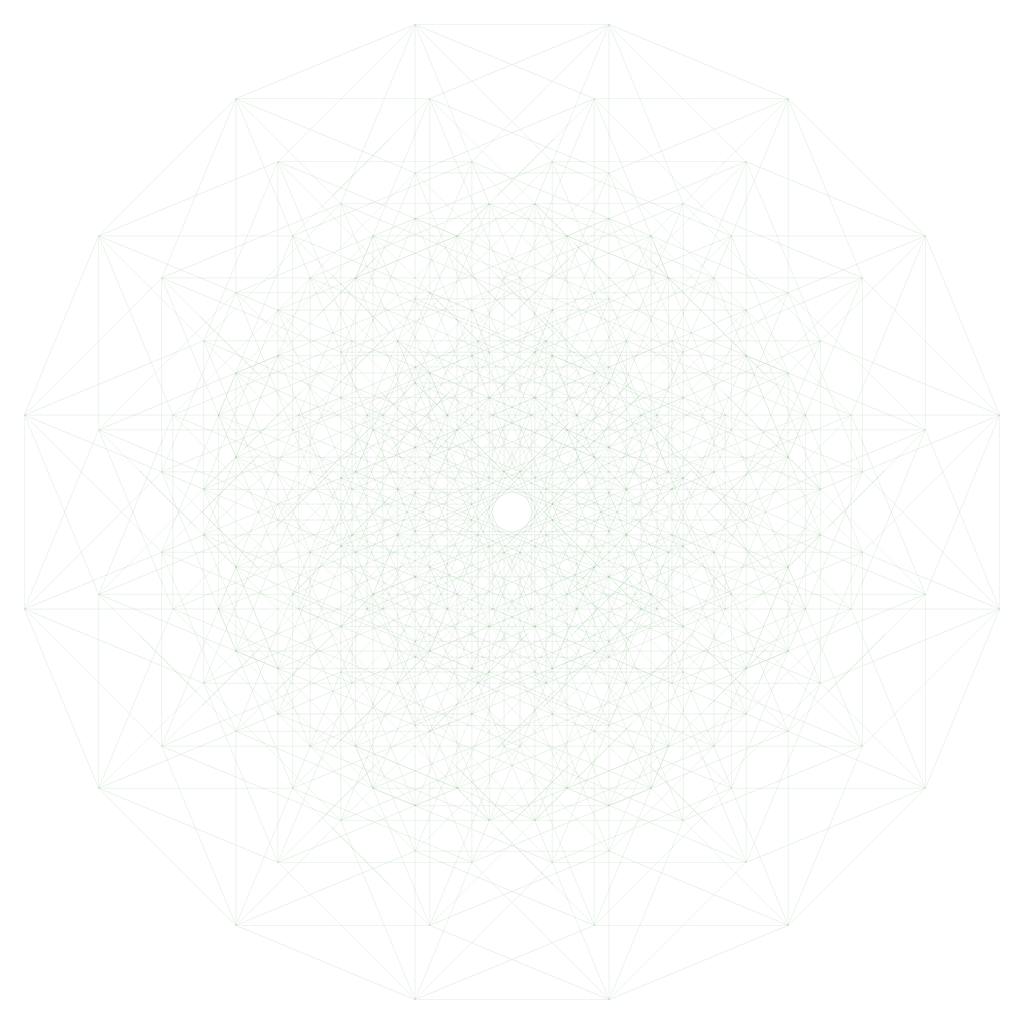
<source format=gbr>
%MOMM*%
%FSLAX26Y26*%
%LPD*%
%ADD10C,0.0625*%
D10*
X546731740Y5888079D02*
G01*
%LS7.8969264077822*%
X367268260Y5888079D01*
%LS0.847759065022574*%
X240368416Y132787923D01*
%LS0.566454497350521*%
X240368416Y312251403D01*
%LS0.263696543789525*%
X367268260Y439151247D01*
X533070896Y507828948D01*
X406171052Y380929104D01*
X240368416Y312251403D01*
%LS2.53389228511323*%
X309046117Y478054040D01*
%LS0.825615246470455*%
X435945960Y604953883D01*
%LS1.21121794234669*%
X601748597Y673631584D01*
%LS0.394649767030375*%
X474848753Y546731740D01*
%LS1.33165682534453*%
X309046117Y478054040D01*
%LS1.94494729183345*%
X309046117Y298590559D01*
%LS0.386100037849275*%
X435945960Y425490403D01*
X601748597Y494168104D01*
%LS1.33165682534453*%
X474848753Y367268260D01*
%LS1.17958042710327*%
X309046117Y298590559D01*
%LS0.847759065022573*%
X240368416Y132787923D01*
%LS1*%
X367268260Y259687767D01*
%LS1.17958042710327*%
X367268260Y439151247D01*
%LS0.847759065022573*%
X435945960Y604953883D01*
%LS0.750944222991741*%
X435945960Y425490403D01*
X367268260Y259687767D01*
%LS2.59000233610539*%
X533070896Y328365467D01*
%LS0.51415275066777*%
X533070896Y507828948D01*
%LS0.750944222991741*%
X601748597Y673631584D01*
%LS2.53389228511323*%
X601748597Y494168104D01*
%LS0.825615246470455*%
X533070896Y328365467D01*
%LS1.21121794234669*%
X406171052Y201465624D01*
%LS0.394649767030375*%
X406171052Y380929104D01*
X474848753Y546731740D01*
X474848753Y367268260D01*
X406171052Y201465624D01*
%LS3.79223779587408*%
X240368416Y132787923D01*
%LS1.49660576266549*%
X171690715Y298590559D01*
%LS0.880008194821168*%
X171690715Y478054040D01*
%LS0.759286836022116*%
X298590559Y604953883D01*
%LS0.910819325038584*%
X464393196Y673631584D01*
%LS0.749846479606538*%
X337493352Y546731740D01*
%LS0.869423157834371*%
X171690715Y478054040D01*
%LS2.11178472293396*%
X240368416Y643856676D01*
%LS1.05028868925121*%
X367268260Y770756520D01*
%LS1.13635305430675*%
X533070896Y839434220D01*
%LS0.668178637919299*%
X406171052Y712534376D01*
%LS1.17958042710327*%
X240368416Y643856676D01*
%LS0.847759065022573*%
X240368416Y464393196D01*
%LS0.73123889793531*%
X367268260Y591293039D01*
%LS1*%
X533070896Y659970740D01*
%LS0.566454497350522*%
X406171052Y533070896D01*
X240368416Y464393196D01*
%LS2.26197262739567*%
X171690715Y298590559D01*
%LS0.442091998766295*%
X298590559Y425490403D01*
%LS1.76536686473018*%
X298590559Y604953883D01*
%LS1.28130456767205*%
X367268260Y770756520D01*
%LS0.442091998766296*%
X367268260Y591293039D01*
%LS1.49660576266549*%
X298590559Y425490403D01*
%LS0.425375732373065*%
X464393196Y494168104D01*
X464393196Y673631584D01*
%LS1.33165682534453*%
X533070896Y839434220D01*
%LS1*%
X533070896Y659970740D01*
%LS0.750944222991741*%
X464393196Y494168104D01*
X337493352Y367268260D01*
%LS2.09202010350334*%
X337493352Y546731740D01*
%LS1.21121794234669*%
X406171052Y712534376D01*
%LS0.394649767030375*%
X406171052Y533070896D01*
%LS1.33165682534453*%
X337493352Y367268260D01*
%LS0.750944222991741*%
X171690715Y298590559D01*
%LS5.49245548824482*%
X298590559Y171690715D01*
%LS0.504880156516252*%
X298590559Y351154196D01*
%LS0.360616133159882*%
X425490403Y478054040D01*
X591293039Y546731740D01*
X464393196Y419831896D01*
X298590559Y351154196D01*
%LS1.85288060205298*%
X367268260Y516956832D01*
%LS1*%
X494168104Y643856676D01*
%LS1.49660576266549*%
X659970740Y712534376D01*
%LS0.360616133159882*%
X533070896Y585634533D01*
%LS1.5707963267949*%
X367268260Y516956832D01*
%LS1*%
X367268260Y337493352D01*
%LS0.636619772367581*%
X494168104Y464393196D01*
X659970740Y533070896D01*
%LS1.5707963267949*%
X533070896Y406171052D01*
%LS0.847759065022574*%
X367268260Y337493352D01*
%LS0.750944222991741*%
X298590559Y171690715D01*
%LS1.5707963267949*%
X425490403Y298590559D01*
%LS0.636619772367581*%
X425490403Y478054040D01*
X494168104Y643856676D01*
X494168104Y464393196D01*
X425490403Y298590559D01*
%LS2.35086283465503*%
X591293039Y367268260D01*
%LS0.999999999999999*%
X591293039Y546731740D01*
%LS0.668178637919299*%
X659970740Y712534376D01*
%LS2.26197262739567*%
X659970740Y533070896D01*
%LS0.780454565784353*%
X591293039Y367268260D01*
%LS1*%
X464393196Y240368416D01*
%LS0.360616133159882*%
X464393196Y419831896D01*
X533070896Y585634533D01*
%LS1.33165682534453*%
X533070896Y406171052D01*
%LS1.17958042710328*%
X464393196Y240368416D01*
%LS2.26197262739567*%
X298590559Y171690715D01*
%LS1.25897149706067*%
X367268260Y5888079D01*
%LS0.351153302357085*%
X367268260Y185351559D01*
%LS2.84775906502257*%
X240368416Y312251403D01*
X171690715Y478054040D01*
%LS0.731238897935309*%
X298590559Y351154196D01*
X367268260Y185351559D01*
%LS0.688412827539495*%
X494168104Y312251403D01*
%LS1.15018790446171*%
X659970740Y380929104D01*
%LS1.3336063143548*%
X533070896Y254029260D01*
%LS1.09791258541604*%
X367268260Y185351559D01*
%LS0.263696543789525*%
X435945960Y351154196D01*
%LS1.04957255008645*%
X562845804Y478054040D01*
%LS0.952768819952114*%
X728648441Y546731740D01*
%LS2.25180800985514*%
X601748597Y419831896D01*
%LS0.697571160560862*%
X435945960Y351154196D01*
%LS1*%
X309046117Y478054040D01*
%LS1.43354550264948*%
X240368416Y643856676D01*
%LS0.444087593446445*%
X367268260Y516956832D01*
%LS1.04957255008645*%
X435945960Y351154196D01*
%LS0.952768819952113*%
X435945960Y171690715D01*
%LS3.79223779587408*%
X309046117Y298590559D01*
%LS0.910819325038584*%
X240368416Y464393196D01*
%LS0.749846479606538*%
X367268260Y337493352D01*
%LS0.869423157834371*%
X435945960Y171690715D01*
%LS1.45261674390085*%
X562845804Y298590559D01*
%LS1*%
X728648441Y367268260D01*
%LS1.36754212997086*%
X601748597Y240368416D01*
X435945960Y171690715D01*
%LS0.351153302357084*%
X367268260Y5888079D01*
%LS2.84775906502258*%
X494168104Y132787923D01*
%LS0.79429915795132*%
X367268260Y259687767D01*
%LS0.780454565784353*%
X298590559Y425490403D01*
%LS0.847759065022574*%
X425490403Y298590559D01*
%LS0.668178637919299*%
X494168104Y132787923D01*
%LS0.636619772367581*%
X494168104Y312251403D01*
%LS1.33165682534454*%
X367268260Y439151247D01*
%LS1.17958042710327*%
X298590559Y604953883D01*
%LS0.636619772367581*%
X425490403Y478054040D01*
X494168104Y312251403D01*
%LS1.5707963267949*%
X562845804Y478054040D01*
%LS0.999999999999999*%
X435945960Y604953883D01*
%LS0.636619772367582*%
X367268260Y770756520D01*
%LS2.77303178656359*%
X494168104Y643856676D01*
%LS0.668178637919299*%
X562845804Y478054040D01*
X562845804Y298590559D01*
%LS0.539700182997225*%
X435945960Y425490403D01*
X367268260Y591293039D01*
X494168104Y464393196D01*
X562845804Y298590559D01*
%LS2.77303178656359*%
X494168104Y132787923D01*
%LS1.98066805972362*%
X659970740Y201465624D01*
%LS0.182067929752047*%
X533070896Y328365467D01*
X464393196Y494168104D01*
X591293039Y367268260D01*
%LS1.5707963267949*%
X659970740Y201465624D01*
%LS2.26197262739567*%
X659970740Y380929104D01*
%LS0.442091998766295*%
X533070896Y507828948D01*
%LS1*%
X464393196Y673631584D01*
%LS1.76536686473018*%
X591293039Y546731740D01*
%LS1*%
X659970740Y380929104D01*
%LS1.36754212997086*%
X728648441Y546731740D01*
%LS1.17958042710328*%
X601748597Y673631584D01*
%LS0.847759065022573*%
X533070896Y839434220D01*
%LS1.49660576266549*%
X659970740Y712534376D01*
%LS0.880008194821168*%
X728648441Y546731740D01*
%LS0.952119174693711*%
X728648441Y367268260D01*
%LS0.473533115918499*%
X601748597Y494168104D01*
%LS1.15018790446171*%
X533070896Y659970740D01*
%LS1.3336063143548*%
X659970740Y533070896D01*
%LS1.09791258541603*%
X728648441Y367268260D01*
%LS1.31702533556221*%
X659970740Y201465624D01*
%LS1.13635305430675*%
X533070896Y74565780D01*
%LS0.668178637919299*%
X406171052Y201465624D01*
%LS0.668178637919299*%
X337493352Y367268260D01*
%LS1.02214381855212*%
X464393196Y240368416D01*
%LS0.51415275066777*%
X533070896Y74565780D01*
%LS0.999999999999999*%
X533070896Y254029260D01*
%LS1.17958042710328*%
X406171052Y380929104D01*
%LS0.847759065022574*%
X337493352Y546731740D01*
%LS0.750944222991741*%
X464393196Y419831896D01*
X533070896Y254029260D01*
%LS2.59000233610539*%
X601748597Y419831896D01*
%LS0.51415275066777*%
X474848753Y546731740D01*
%LS0.750944222991741*%
X406171052Y712534376D01*
%LS2.53389228511323*%
X533070896Y585634533D01*
%LS0.825615246470455*%
X601748597Y419831896D01*
%LS1.21121794234669*%
X601748597Y240368416D01*
%LS0.394649767030375*%
X474848753Y367268260D01*
X406171052Y533070896D01*
X533070896Y406171052D01*
X601748597Y240368416D01*
%LS3.79223779587408*%
X533070896Y74565780D01*
%LS1.76536686473018*%
X367268260Y5888079D01*
%LS1.17958042710327*%
X201465624Y74565780D01*
%LS1*%
X74565780Y201465624D01*
%LS0.847759065022574*%
X74565780Y380929104D01*
%LS0.566454497350522*%
X201465624Y507828948D01*
%LS0.668178637919299*%
X367268260Y576506648D01*
%LS1.02214381855212*%
X240368416Y449606804D01*
%LS0.51415275066777*%
X74565780Y380929104D01*
%LS4.26197262739566*%
X143243480Y546731740D01*
%LS0.880008194821168*%
X270143324Y673631584D01*
%LS0.952119174693712*%
X435945960Y742309285D01*
%LS0.797470375771365*%
X309046117Y615409441D01*
%LS0.93693973998399*%
X143243480Y546731740D01*
%LS1.54582143051453*%
X143243480Y367268260D01*
%LS0.504880156516252*%
X270143324Y494168104D01*
%LS0.668178637919299*%
X435945960Y562845804D01*
%LS0.847759065022574*%
X309046117Y435945960D01*
%LS0.636619772367581*%
X143243480Y367268260D01*
%LS4.47324947893433*%
X74565780Y201465624D01*
%LS0.351153302357085*%
X201465624Y328365467D01*
%LS2.84775906502257*%
X201465624Y507828948D01*
X270143324Y673631584D01*
%LS0.731238897935309*%
X270143324Y494168104D01*
X201465624Y328365467D01*
%LS0.305715595879677*%
X367268260Y397043168D01*
%LS1.5707963267949*%
X367268260Y576506648D01*
%LS1.43354550264948*%
X435945960Y742309285D01*
%LS0.444087593446445*%
X435945960Y562845804D01*
%LS1.04957255008645*%
X367268260Y397043168D01*
%LS0.952768819952114*%
X240368416Y270143324D01*
%LS3.79223779587408*%
X240368416Y449606804D01*
%LS0.910819325038584*%
X309046117Y615409441D01*
%LS0.749846479606538*%
X309046117Y435945960D01*
%LS0.869423157834372*%
X240368416Y270143324D01*
%LS0.69757116056086*%
X74565780Y201465624D01*
%LS5.02733949212585*%
X5888079Y367268260D01*
%LS1*%
X5888079Y546731740D01*
%LS0.847759065022573*%
X132787923Y673631584D01*
%LS0.847759065022573*%
X298590559Y742309285D01*
%LS0.967750870201405*%
X171690715Y615409441D01*
%LS0.814435271893994*%
X5888079Y546731740D01*
%LS1.76536686473018*%
X74565780Y712534376D01*
X201465624Y839434220D01*
X367268260Y908111921D01*
%LS0.847759065022574*%
X240368416Y781212077D01*
%LS1*%
X74565780Y712534376D01*
%LS1*%
X74565780Y533070896D01*
%LS0.847759065022573*%
X201465624Y659970740D01*
%LS0.880008194821168*%
X367268260Y728648441D01*
%LS0.895639890328863*%
X240368416Y601748597D01*
%LS0.847759065022573*%
X74565780Y533070896D01*
%LS1.76536686473018*%
X5888079Y367268260D01*
%LS0.668178637919299*%
X132787923Y494168104D01*
%LS1.26876110206469*%
X132787923Y673631584D01*
%LS1.17958042710327*%
X201465624Y839434220D01*
%LS0.668178637919299*%
X201465624Y659970740D01*
%LS1.2278446606008*%
X132787923Y494168104D01*
%LS0.504880156516252*%
X298590559Y562845804D01*
%LS1*%
X298590559Y742309285D01*
%LS1.61312592975275*%
X367268260Y908111921D01*
%LS0.351153302357085*%
X367268260Y728648441D01*
%LS2.08239220029239*%
X298590559Y562845804D01*
X171690715Y435945960D01*
%LS1.52688836745394*%
X171690715Y615409441D01*
%LS1.13635305430675*%
X240368416Y781212077D01*
%LS0.668178637919299*%
X240368416Y601748597D01*
%LS1.17958042710327*%
X171690715Y435945960D01*
%LS0.351153302357085*%
X5888079Y367268260D01*
%LS4.26197262739567*%
X132787923Y240368416D01*
%LS0.847759065022573*%
X132787923Y419831896D01*
%LS0.626043119274964*%
X259687767Y546731740D01*
%LS0.780454565784353*%
X425490403Y615409441D01*
%LS0.847759065022574*%
X298590559Y488509597D01*
%LS0.668178637919299*%
X132787923Y419831896D01*
%LS3.17958042710327*%
X201465624Y585634533D01*
%LS0.952119174693712*%
X328365467Y712534376D01*
%LS1.05028868925121*%
X494168104Y781212077D01*
%LS0.711406010715828*%
X367268260Y654312233D01*
%LS1.06730449923822*%
X201465624Y585634533D01*
%LS1.17958042710327*%
X201465624Y406171052D01*
%LS0.566454497350522*%
X328365467Y533070896D01*
%LS0.825615246470455*%
X494168104Y601748597D01*
%LS0.636541122675884*%
X367268260Y474848753D01*
%LS0.75094422299174*%
X201465624Y406171052D01*
%LS3.79223779587408*%
X132787923Y240368416D01*
%LS0.351153302357085*%
X259687767Y367268260D01*
%LS2.59379398947637*%
X259687767Y546731740D01*
%LS1.09791258541604*%
X328365467Y712534376D01*
%LS0.59379398947637*%
X328365467Y533070896D01*
%LS1.15018790446171*%
X259687767Y367268260D01*
%LS0.386100037849275*%
X425490403Y435945960D01*
X425490403Y615409441D01*
%LS1.5707963267949*%
X494168104Y781212077D01*
%LS0.636619772367581*%
X494168104Y601748597D01*
X425490403Y435945960D01*
X298590559Y309046117D01*
%LS2.77303178656359*%
X298590559Y488509597D01*
%LS1*%
X367268260Y654312233D01*
%LS0.566454497350522*%
X367268260Y474848753D01*
%LS1*%
X298590559Y309046117D01*
%LS0.847759065022571*%
X132787923Y240368416D01*
%LS5.02733949212586*%
X201465624Y74565780D01*
%LS0.668178637919299*%
X201465624Y254029260D01*
%LS1.26876110206469*%
X74565780Y380929104D01*
%LS1.17958042710327*%
X5888079Y546731740D01*
%LS0.668178637919299*%
X132787923Y419831896D01*
%LS1.2278446606008*%
X201465624Y254029260D01*
%LS0.182067929752047*%
X328365467Y380929104D01*
X494168104Y449606804D01*
X367268260Y322706961D01*
%LS1.57079632679489*%
X201465624Y254029260D01*
%LS1.76536686473018*%
X270143324Y419831896D01*
%LS0.668178637919299*%
X397043168Y546731740D01*
%LS1*%
X562845804Y615409441D01*
%LS0.539700182997224*%
X435945960Y488509597D01*
X270143324Y419831896D01*
%LS2.77303178656359*%
X143243480Y546731740D01*
%LS1.61312592975275*%
X74565780Y712534376D01*
%LS0.351153302357084*%
X201465624Y585634533D01*
%LS2.08239220029239*%
X270143324Y419831896D01*
%LS1*%
X270143324Y240368416D01*
%LS1.52688836745394*%
X143243480Y367268260D01*
%LS1.13635305430675*%
X74565780Y533070896D01*
%LS0.668178637919299*%
X201465624Y406171052D01*
%LS1.17958042710328*%
X270143324Y240368416D01*
%LS0.223551135412692*%
X397043168Y367268260D01*
%LS1.04957255008645*%
X562845804Y435945960D01*
%LS1.49660576266549*%
X435945960Y309046117D01*
%LS1.43354550264948*%
X270143324Y240368416D01*
%LS0.697571160560862*%
X201465624Y74565780D01*
%LS0.999999999999999*%
X328365467Y201465624D01*
%LS3.02733949212585*%
X201465624Y328365467D01*
%LS1.05028868925121*%
X132787923Y494168104D01*
%LS0.711406010715828*%
X259687767Y367268260D01*
%LS1.06730449923822*%
X328365467Y201465624D01*
%LS0.59379398947637*%
X328365467Y380929104D01*
%LS1.12527012694845*%
X201465624Y507828948D01*
%LS1.49660576266549*%
X132787923Y673631584D01*
%LS0.351153302357085*%
X259687767Y546731740D01*
%LS1.94494729183345*%
X328365467Y380929104D01*
%LS0.606484521229011*%
X397043168Y546731740D01*
%LS0.636619772367581*%
X270143324Y673631584D01*
%LS1.5707963267949*%
X201465624Y839434220D01*
%LS1*%
X328365467Y712534376D01*
%LS0.636619772367581*%
X397043168Y546731740D01*
%LS1.04957255008645*%
X397043168Y367268260D01*
%LS1.76536686473018*%
X270143324Y494168104D01*
%LS1.49660576266549*%
X201465624Y659970740D01*
%LS0.360616133159882*%
X328365467Y533070896D01*
%LS1.5707963267949*%
X397043168Y367268260D01*
%LS0.636619772367581*%
X328365467Y201465624D01*
%LS3.27101401916563*%
X494168104Y270143324D01*
%LS0.566454497350522*%
X367268260Y397043168D01*
%LS1*%
X298590559Y562845804D01*
%LS0.539700182997224*%
X425490403Y435945960D01*
X494168104Y270143324D01*
X494168104Y449606804D01*
X367268260Y576506648D01*
X298590559Y742309285D01*
%LS1.5707963267949*%
X425490403Y615409441D01*
%LS0.636619772367581*%
X494168104Y449606804D01*
X562845804Y615409441D01*
%LS3.27101401916564*%
X435945960Y742309285D01*
%LS0.48021693505171*%
X367268260Y908111921D01*
%LS2.84775906502257*%
X494168104Y781212077D01*
%LS0.619914404421775*%
X562845804Y615409441D01*
%LS0.668178637919299*%
X562845804Y435945960D01*
%LS0.566454497350522*%
X435945960Y562845804D01*
%LS0.952768819952114*%
X367268260Y728648441D01*
%LS2.25180800985514*%
X494168104Y601748597D01*
%LS0.697571160560861*%
X562845804Y435945960D01*
%LS1.17958042710327*%
X494168104Y270143324D01*
%LS1.49660576266549*%
X367268260Y143243480D01*
%LS1.80108763262034*%
X240368416Y270143324D01*
%LS0.952119174693711*%
X171690715Y435945960D01*
%LS0.797470375771366*%
X298590559Y309046117D01*
%LS0.936939739983989*%
X367268260Y143243480D01*
%LS0.442091998766296*%
X367268260Y322706961D01*
%LS1.76536686473018*%
X240368416Y449606804D01*
%LS1.28130456767205*%
X171690715Y615409441D01*
%LS0.442091998766295*%
X298590559Y488509597D01*
%LS1.49660576266549*%
X367268260Y322706961D01*
%LS0.425375732373064*%
X435945960Y488509597D01*
X309046117Y615409441D01*
%LS1.33165682534453*%
X240368416Y781212077D01*
%LS0.999999999999999*%
X367268260Y654312233D01*
%LS0.750944222991742*%
X435945960Y488509597D01*
X435945960Y309046117D01*
%LS2.09202010350334*%
X309046117Y435945960D01*
%LS1.21121794234669*%
X240368416Y601748597D01*
%LS0.394649767030375*%
X367268260Y474848753D01*
%LS1.33165682534454*%
X435945960Y309046117D01*
%LS0.750944222991741*%
X367268260Y143243480D01*
%LS4.47324947893433*%
X201465624Y74565780D01*
%LS1.49660576266549*%
X380929104Y74565780D01*
%LS0.847759065022573*%
X254029260Y201465624D01*
%LS0.626043119274964*%
X254029260Y380929104D01*
%LS0.442091998766295*%
X380929104Y507828948D01*
%LS0.847759065022573*%
X546731740Y576506648D01*
%LS0.750944222991741*%
X419831896Y449606804D01*
X254029260Y380929104D01*
%LS2.77303178656359*%
X322706961Y546731740D01*
X449606804Y673631584D01*
%LS1.28130456767205*%
X615409441Y742309285D01*
%LS0.442091998766296*%
X488509597Y615409441D01*
%LS1.49660576266549*%
X322706961Y546731740D01*
X322706961Y367268260D01*
%LS0.425375732373064*%
X449606804Y494168104D01*
X615409441Y562845804D01*
X488509597Y435945960D01*
X322706961Y367268260D01*
%LS1.5707963267949*%
X254029260Y201465624D01*
%LS0.636619772367581*%
X380929104Y328365467D01*
%LS1.33165682534453*%
X380929104Y507828948D01*
%LS1.17958042710327*%
X449606804Y673631584D01*
%LS0.636619772367581*%
X449606804Y494168104D01*
X380929104Y328365467D01*
%LS1.5707963267949*%
X546731740Y397043168D01*
%LS1*%
X546731740Y576506648D01*
%LS0.636619772367581*%
X615409441Y742309285D01*
%LS2.77303178656359*%
X615409441Y562845804D01*
%LS0.668178637919299*%
X546731740Y397043168D01*
%LS1*%
X419831896Y270143324D01*
%LS0.539700182997224*%
X419831896Y449606804D01*
X488509597Y615409441D01*
X488509597Y435945960D01*
X419831896Y270143324D01*
%LS2.77303178656359*%
X254029260Y201465624D01*
%LS1.80108763262034*%
X185351559Y367268260D01*
%LS0.952119174693711*%
X185351559Y546731740D01*
%LS0.940680446454596*%
X312251403Y673631584D01*
X478054040Y742309285D01*
%LS0.731238897935309*%
X351154196Y615409441D01*
X185351559Y546731740D01*
%LS1.52688836745394*%
X254029260Y712534376D01*
%LS1.13635305430675*%
X380929104Y839434220D01*
%LS1.17958042710327*%
X546731740Y908111921D01*
%LS0.668178637919299*%
X419831896Y781212077D01*
%LS1.2278446606008*%
X254029260Y712534376D01*
%LS0.646905250671254*%
X254029260Y533070896D01*
%LS0.9721215636068*%
X380929104Y659970740D01*
%LS1.09791258541604*%
X546731740Y728648441D01*
%LS0.59379398947637*%
X419831896Y601748597D01*
%LS1.15018790446171*%
X254029260Y533070896D01*
%LS1.46418315652043*%
X185351559Y367268260D01*
%LS0.59379398947637*%
X312251403Y494168104D01*
%LS1.12527012694845*%
X312251403Y673631584D01*
%LS1.49660576266549*%
X380929104Y839434220D01*
%LS0.351153302357085*%
X380929104Y659970740D01*
%LS1.94494729183345*%
X312251403Y494168104D01*
%LS0.606484521229011*%
X478054040Y562845804D01*
%LS0.636619772367581*%
X478054040Y742309285D01*
%LS1.5707963267949*%
X546731740Y908111921D01*
%LS1*%
X546731740Y728648441D01*
%LS0.636619772367581*%
X478054040Y562845804D01*
%LS1.04957255008645*%
X351154196Y435945960D01*
%LS1.76536686473018*%
X351154196Y615409441D01*
%LS1.49660576266549*%
X419831896Y781212077D01*
%LS0.360616133159882*%
X419831896Y601748597D01*
%LS1.5707963267949*%
X351154196Y435945960D01*
%LS0.636619772367581*%
X185351559Y367268260D01*
%LS4.47324947893433*%
X312251403Y240368416D01*
%LS0.566454497350522*%
X312251403Y419831896D01*
%LS0.525538055886629*%
X439151247Y546731740D01*
%LS1.17958042710327*%
X604953883Y615409441D01*
%LS0.636619772367581*%
X478054040Y488509597D01*
X312251403Y419831896D01*
%LS2.09202010350334*%
X380929104Y585634533D01*
%LS1.21121794234669*%
X507828948Y712534376D01*
%LS1.49660576266549*%
X673631584Y781212077D01*
%LS0.351153302357085*%
X546731740Y654312233D01*
%LS1.94494729183345*%
X380929104Y585634533D01*
%LS0.51415275066777*%
X380929104Y406171052D01*
%LS0.750944222991741*%
X507828948Y533070896D01*
X673631584Y601748597D01*
X546731740Y474848753D01*
X380929104Y406171052D01*
X312251403Y240368416D01*
X439151247Y367268260D01*
X439151247Y546731740D01*
X507828948Y712534376D01*
X507828948Y533070896D01*
X439151247Y367268260D01*
%LS1.33165682534453*%
X604953883Y435945960D01*
%LS1.94494729183345*%
X604953883Y615409441D01*
%LS0.51415275066777*%
X673631584Y781212077D01*
%LS2.84775906502257*%
X673631584Y601748597D01*
%LS0.668178637919299*%
X604953883Y435945960D01*
%LS0.825615246470455*%
X478054040Y309046117D01*
%LS0.478006878770132*%
X478054040Y488509597D01*
X546731740Y654312233D01*
%LS1.5707963267949*%
X546731740Y474848753D01*
%LS0.847759065022573*%
X478054040Y309046117D01*
%LS1.90281177318912*%
X312251403Y240368416D01*
%LS1.49660576266549*%
X380929104Y74565780D01*
%LS0.351153302357085*%
X380929104Y254029260D01*
%LS2.59379398947637*%
X254029260Y380929104D01*
%LS1.09791258541604*%
X185351559Y546731740D01*
%LS0.59379398947637*%
X312251403Y419831896D01*
%LS1.15018790446171*%
X380929104Y254029260D01*
%LS0.606484521229011*%
X507828948Y380929104D01*
X673631584Y449606804D01*
%LS1.76536686473018*%
X546731740Y322706961D01*
%LS1*%
X380929104Y254029260D01*
%LS0.360616133159882*%
X449606804Y419831896D01*
X576506648Y546731740D01*
X742309285Y615409441D01*
%LS1.5707963267949*%
X615409441Y488509597D01*
%LS0.636619772367582*%
X449606804Y419831896D01*
X322706961Y546731740D01*
%LS1.5707963267949*%
X254029260Y712534376D01*
%LS0.636619772367581*%
X380929104Y585634533D01*
X449606804Y419831896D01*
X449606804Y240368416D01*
%LS2.77303178656359*%
X322706961Y367268260D01*
X254029260Y533070896D01*
%LS0.566454497350521*%
X380929104Y406171052D01*
%LS1*%
X449606804Y240368416D01*
%LS1.64884669764292*%
X576506648Y367268260D01*
%LS0.869423157834371*%
X742309285Y435945960D01*
%LS1.68408575654637*%
X615409441Y309046117D01*
%LS0.910819325038584*%
X449606804Y240368416D01*
%LS0.385535630068245*%
X380929104Y74565780D01*
%LS2.84775906502258*%
X507828948Y201465624D01*
%LS0.668178637919299*%
X380929104Y328365467D01*
%LS0.825615246470455*%
X312251403Y494168104D01*
%LS0.636541122675884*%
X439151247Y367268260D01*
%LS0.750944222991741*%
X507828948Y201465624D01*
X507828948Y380929104D01*
X380929104Y507828948D01*
X312251403Y673631584D01*
X439151247Y546731740D01*
X507828948Y380929104D01*
%LS1.33165682534453*%
X576506648Y546731740D01*
%LS1.94494729183345*%
X449606804Y673631584D01*
%LS0.51415275066777*%
X380929104Y839434220D01*
%LS2.84775906502257*%
X507828948Y712534376D01*
%LS0.668178637919299*%
X576506648Y546731740D01*
%LS0.825615246470455*%
X576506648Y367268260D01*
%LS0.478006878770132*%
X449606804Y494168104D01*
X380929104Y659970740D01*
%LS1.5707963267949*%
X507828948Y533070896D01*
%LS0.847759065022573*%
X576506648Y367268260D01*
%LS1.90281177318912*%
X507828948Y201465624D01*
%LS1.76536686473018*%
X673631584Y270143324D01*
%LS0.223551135412692*%
X546731740Y397043168D01*
%LS1.04957255008645*%
X478054040Y562845804D01*
%LS1.49660576266549*%
X604953883Y435945960D01*
%LS1.43354550264948*%
X673631584Y270143324D01*
%LS1.68408575654637*%
X673631584Y449606804D01*
%LS0.682974664437786*%
X546731740Y576506648D01*
%LS0.869423157834371*%
X478054040Y742309285D01*
%LS1.68408575654637*%
X604953883Y615409441D01*
%LS0.910819325038584*%
X673631584Y449606804D01*
%LS1.02867793230485*%
X742309285Y615409441D01*
%LS1.54582143051453*%
X615409441Y742309285D01*
%LS0.814435271893994*%
X546731740Y908111921D01*
%LS1.49660576266549*%
X673631584Y781212077D01*
%LS0.847759065022573*%
X742309285Y615409441D01*
%LS0.880008194821168*%
X742309285Y435945960D01*
%LS0.654926726350979*%
X615409441Y562845804D01*
%LS1*%
X546731740Y728648441D01*
%LS1.36754212997086*%
X673631584Y601748597D01*
X742309285Y435945960D01*
%LS1.06306026001601*%
X673631584Y270143324D01*
%LS1.05028868925121*%
X546731740Y143243480D01*
%LS0.5552200691896*%
X419831896Y270143324D01*
%LS0.668178637919299*%
X351154196Y435945960D01*
%LS0.847759065022573*%
X478054040Y309046117D01*
%LS0.636619772367581*%
X546731740Y143243480D01*
%LS1.5707963267949*%
X546731740Y322706961D01*
%LS0.636619772367581*%
X419831896Y449606804D01*
X351154196Y615409441D01*
X478054040Y488509597D01*
X546731740Y322706961D01*
%LS2.35086283465502*%
X615409441Y488509597D01*
%LS1*%
X488509597Y615409441D01*
%LS0.668178637919299*%
X419831896Y781212077D01*
%LS2.26197262739567*%
X546731740Y654312233D01*
%LS0.780454565784354*%
X615409441Y488509597D01*
X615409441Y309046117D01*
%LS0.360616133159882*%
X488509597Y435945960D01*
X419831896Y601748597D01*
%LS1.33165682534453*%
X546731740Y474848753D01*
%LS1.17958042710327*%
X615409441Y309046117D01*
%LS2.26197262739567*%
X546731740Y143243480D01*
%LS1.59733406407872*%
X380929104Y74565780D01*
%LS1.17958042710327*%
X546731740Y5888079D01*
%LS0.668178637919299*%
X419831896Y132787923D01*
%LS1.26876110206469*%
X240368416Y132787923D01*
%LS1.17958042710327*%
X74565780Y201465624D01*
%LS0.668178637919299*%
X254029260Y201465624D01*
%LS1.2278446606008*%
X419831896Y132787923D01*
%LS0.182067929752047*%
X419831896Y312251403D01*
%LS1.33165682534454*%
X546731740Y439151247D01*
%LS0.75094422299174*%
X712534376Y507828948D01*
%LS2.53389228511323*%
X585634533Y380929104D01*
%LS0.825615246470455*%
X419831896Y312251403D01*
%LS0.478006878770131*%
X488509597Y478054040D01*
X615409441Y604953883D01*
%LS1.33165682534453*%
X781212077Y673631584D01*
%LS1*%
X654312233Y546731740D01*
%LS0.75094422299174*%
X488509597Y478054040D01*
X488509597Y298590559D01*
%LS2.35086283465503*%
X615409441Y425490403D01*
%LS0.668178637919299*%
X781212077Y494168104D01*
%LS2.26197262739567*%
X654312233Y367268260D01*
%LS0.780454565784354*%
X488509597Y298590559D01*
%LS0.566454497350522*%
X419831896Y132787923D01*
%LS2.26197262739567*%
X546731740Y259687767D01*
%LS0.442091998766296*%
X546731740Y439151247D01*
%LS1*%
X615409441Y604953883D01*
%LS1.76536686473018*%
X615409441Y425490403D01*
%LS1*%
X546731740Y259687767D01*
%LS1.36754212997086*%
X712534376Y328365467D01*
%LS1.17958042710327*%
X712534376Y507828948D01*
%LS0.847759065022573*%
X781212077Y673631584D01*
%LS1.49660576266549*%
X781212077Y494168104D01*
%LS0.880008194821168*%
X712534376Y328365467D01*
%LS0.952119174693712*%
X585634533Y201465624D01*
%LS0.473533115918499*%
X585634533Y380929104D01*
%LS1.15018790446171*%
X654312233Y546731740D01*
%LS1.3336063143548*%
X654312233Y367268260D01*
%LS1.09791258541604*%
X585634533Y201465624D01*
%LS1.31702533556221*%
X419831896Y132787923D01*
%LS0.5552200691896*%
X351154196Y298590559D01*
%LS0.668178637919299*%
X351154196Y478054040D01*
%LS0.847759065022573*%
X478054040Y604953883D01*
%LS1.43354550264948*%
X643856676Y673631584D01*
%LS0.444087593446445*%
X516956832Y546731740D01*
%LS1.04957255008645*%
X351154196Y478054040D01*
%LS1.76536686473018*%
X419831896Y643856676D01*
%LS1.49660576266549*%
X546731740Y770756520D01*
%LS1.61312592975275*%
X712534376Y839434220D01*
%LS0.351153302357084*%
X585634533Y712534376D01*
%LS2.08239220029239*%
X419831896Y643856676D01*
%LS0.305715595879677*%
X419831896Y464393196D01*
X546731740Y591293039D01*
%LS1.57079632679489*%
X712534376Y659970740D01*
%LS0.636619772367582*%
X585634533Y533070896D01*
X419831896Y464393196D01*
X351154196Y298590559D01*
X478054040Y425490403D01*
X478054040Y604953883D01*
X546731740Y770756520D01*
%LS1.5707963267949*%
X546731740Y591293039D01*
%LS0.636619772367581*%
X478054040Y425490403D01*
X643856676Y494168104D01*
%LS3.27101401916564*%
X643856676Y673631584D01*
%LS0.48021693505171*%
X712534376Y839434220D01*
%LS2.84775906502257*%
X712534376Y659970740D01*
%LS0.619914404421775*%
X643856676Y494168104D01*
%LS0.668178637919299*%
X516956832Y367268260D01*
%LS0.566454497350522*%
X516956832Y546731740D01*
%LS0.952768819952113*%
X585634533Y712534376D01*
%LS2.25180800985515*%
X585634533Y533070896D01*
%LS0.697571160560862*%
X516956832Y367268260D01*
%LS1.17958042710327*%
X351154196Y298590559D01*
%LS1.49660576266549*%
X171690715Y298590559D01*
%LS1.61312592975275*%
X5888079Y367268260D01*
%LS0.351153302357085*%
X185351559Y367268260D01*
%LS2.08239220029239*%
X351154196Y298590559D01*
X478054040Y171690715D01*
%LS1.52688836745394*%
X298590559Y171690715D01*
%LS1.13635305430675*%
X132787923Y240368416D01*
%LS0.668178637919299*%
X312251403Y240368416D01*
%LS1.17958042710327*%
X478054040Y171690715D01*
%LS0.223551135412692*%
X478054040Y351154196D01*
%LS1.5707963267949*%
X604953883Y478054040D01*
%LS0.63661977236758*%
X770756520Y546731740D01*
%LS2.77303178656359*%
X643856676Y419831896D01*
%LS0.668178637919299*%
X478054040Y351154196D01*
%LS0.566454497350522*%
X546731740Y516956832D01*
%LS0.952768819952112*%
X673631584Y643856676D01*
%LS1.57079632679489*%
X839434220Y712534376D01*
%LS1*%
X712534376Y585634533D01*
%LS0.636619772367581*%
X546731740Y516956832D01*
%LS1.5707963267949*%
X546731740Y337493352D01*
%LS1.64884669764292*%
X673631584Y464393196D01*
%LS0.51415275066777*%
X839434220Y533070896D01*
%LS2.84775906502257*%
X712534376Y406171052D01*
%LS0.668178637919299*%
X546731740Y337493352D01*
%LS0.888675506486466*%
X478054040Y171690715D01*
%LS1.68408575654637*%
X604953883Y298590559D01*
%LS0.682974664437786*%
X604953883Y478054040D01*
%LS0.869423157834372*%
X673631584Y643856676D01*
%LS1.68408575654637*%
X673631584Y464393196D01*
%LS0.910819325038584*%
X604953883Y298590559D01*
%LS1.02867793230485*%
X770756520Y367268260D01*
%LS1.54582143051453*%
X770756520Y546731740D01*
%LS0.814435271893994*%
X839434220Y712534376D01*
%LS1.49660576266549*%
X839434220Y533070896D01*
%LS0.847759065022574*%
X770756520Y367268260D01*
%LS0.880008194821168*%
X643856676Y240368416D01*
%LS0.654926726350978*%
X643856676Y419831896D01*
%LS1*%
X712534376Y585634533D01*
%LS1.36754212997086*%
X712534376Y406171052D01*
X643856676Y240368416D01*
%LS1.06306026001601*%
X478054040Y171690715D01*
%LS0.330323045235268*%
X546731740Y5888079D01*
%LS1*%
X546731740Y185351559D01*
%LS3.02733949212585*%
X367268260Y185351559D01*
%LS1.05028868925121*%
X201465624Y254029260D01*
%LS0.711406010715828*%
X380929104Y254029260D01*
%LS1.06730449923822*%
X546731740Y185351559D01*
%LS0.59379398947637*%
X419831896Y312251403D01*
%LS1.12527012694845*%
X240368416Y312251403D01*
%LS1.49660576266549*%
X74565780Y380929104D01*
%LS0.351153302357085*%
X254029260Y380929104D01*
%LS1.94494729183345*%
X419831896Y312251403D01*
%LS0.606484521229011*%
X351154196Y478054040D01*
%LS0.636619772367581*%
X171690715Y478054040D01*
%LS1.5707963267949*%
X5888079Y546731740D01*
%LS0.999999999999997*%
X185351559Y546731740D01*
%LS0.636619772367583*%
X351154196Y478054040D01*
%LS1.04957255008645*%
X478054040Y351154196D01*
%LS1.76536686473018*%
X298590559Y351154196D01*
%LS1.49660576266549*%
X132787923Y419831896D01*
%LS0.360616133159881*%
X312251403Y419831896D01*
%LS1.5707963267949*%
X478054040Y351154196D01*
%LS0.63661977236758*%
X546731740Y185351559D01*
%LS4.47324947893433*%
X673631584Y312251403D01*
%LS0.847759065022574*%
X839434220Y380929104D01*
%LS1.49660576266549*%
X712534376Y254029260D01*
%LS0.880008194821168*%
X546731740Y185351559D01*
%LS0.654926726350979*%
X615409441Y351154196D01*
%LS1*%
X742309285Y478054040D01*
%LS0.480216935051711*%
X908111921Y546731740D01*
%LS2.84775906502257*%
X781212077Y419831896D01*
%LS0.619914404421775*%
X615409441Y351154196D01*
%LS0.668178637919299*%
X435945960Y351154196D01*
%LS1*%
X270143324Y419831896D01*
%LS0.539700182997224*%
X449606804Y419831896D01*
X615409441Y351154196D01*
X488509597Y478054040D01*
X309046117Y478054040D01*
X143243480Y546731740D01*
%LS1.57079632679489*%
X322706961Y546731740D01*
%LS0.636619772367582*%
X488509597Y478054040D01*
X419831896Y643856676D01*
%LS3.27101401916563*%
X240368416Y643856676D01*
%LS0.48021693505171*%
X74565780Y712534376D01*
%LS2.84775906502258*%
X254029260Y712534376D01*
%LS0.619914404421775*%
X419831896Y643856676D01*
%LS0.668178637919299*%
X546731740Y516956832D01*
%LS0.566454497350521*%
X367268260Y516956832D01*
%LS0.952768819952117*%
X201465624Y585634533D01*
%LS2.25180800985514*%
X380929104Y585634533D01*
%LS0.697571160560861*%
X546731740Y516956832D01*
%LS1.17958042710328*%
X615409441Y351154196D01*
%LS1.49660576266549*%
X615409441Y171690715D01*
%LS1.80108763262034*%
X435945960Y171690715D01*
%LS0.952119174693711*%
X270143324Y240368416D01*
%LS0.797470375771366*%
X449606804Y240368416D01*
%LS0.936939739983989*%
X615409441Y171690715D01*
%LS0.442091998766296*%
X488509597Y298590559D01*
%LS1.76536686473018*%
X309046117Y298590559D01*
%LS1.28130456767205*%
X143243480Y367268260D01*
%LS0.442091998766296*%
X322706961Y367268260D01*
%LS1.49660576266549*%
X488509597Y298590559D01*
%LS0.425375732373064*%
X419831896Y464393196D01*
X240368416Y464393196D01*
%LS1.33165682534454*%
X74565780Y533070896D01*
%LS0.999999999999994*%
X254029260Y533070896D01*
%LS0.750944222991744*%
X419831896Y464393196D01*
X546731740Y337493352D01*
%LS2.09202010350335*%
X367268260Y337493352D01*
%LS1.21121794234669*%
X201465624Y406171052D01*
%LS0.394649767030375*%
X380929104Y406171052D01*
%LS1.33165682534454*%
X546731740Y337493352D01*
%LS0.750944222991739*%
X615409441Y171690715D01*
%LS5.49245548824482*%
X742309285Y298590559D01*
%LS0.814435271893994*%
X908111921Y367268260D01*
%LS1.49660576266549*%
X781212077Y240368416D01*
%LS0.847759065022574*%
X615409441Y171690715D01*
%LS0.788170443098131*%
X546731740Y5888079D01*
%LS1.49660576266549*%
X673631584Y132787923D01*
%LS0.847759065022574*%
X494168104Y132787923D01*
%LS0.880008194821168*%
X328365467Y201465624D01*
%LS0.895639890328862*%
X507828948Y201465624D01*
%LS0.847759065022574*%
X673631584Y132787923D01*
%LS0.351153302357085*%
X546731740Y259687767D01*
%LS2.59379398947637*%
X367268260Y259687767D01*
%LS1.09791258541603*%
X201465624Y328365467D01*
%LS0.593793989476371*%
X380929104Y328365467D01*
%LS1.15018790446171*%
X546731740Y259687767D01*
%LS0.386100037849274*%
X478054040Y425490403D01*
X298590559Y425490403D01*
%LS1.5707963267949*%
X132787923Y494168104D01*
%LS0.636619772367579*%
X312251403Y494168104D01*
X478054040Y425490403D01*
X604953883Y298590559D01*
%LS2.7730317865636*%
X425490403Y298590559D01*
%LS1*%
X259687767Y367268260D01*
%LS0.566454497350523*%
X439151247Y367268260D01*
%LS1*%
X604953883Y298590559D01*
%LS0.847759065022569*%
X673631584Y132787923D01*
%LS2.84775906502258*%
X673631584Y312251403D01*
%LS0.6681786379193*%
X494168104Y312251403D01*
%LS0.825615246470455*%
X328365467Y380929104D01*
%LS0.636541122675884*%
X507828948Y380929104D01*
%LS0.750944222991738*%
X673631584Y312251403D01*
X546731740Y439151247D01*
X367268260Y439151247D01*
X201465624Y507828948D01*
X380929104Y507828948D01*
X546731740Y439151247D01*
%LS1.33165682534453*%
X478054040Y604953883D01*
%LS1.94494729183345*%
X298590559Y604953883D01*
%LS0.514152750667769*%
X132787923Y673631584D01*
%LS2.84775906502258*%
X312251403Y673631584D01*
%LS0.668178637919298*%
X478054040Y604953883D01*
%LS0.825615246470455*%
X604953883Y478054040D01*
%LS0.478006878770133*%
X425490403Y478054040D01*
X259687767Y546731740D01*
%LS1.57079632679489*%
X439151247Y546731740D01*
%LS0.847759065022573*%
X604953883Y478054040D01*
%LS1.90281177318913*%
X673631584Y312251403D01*
%LS1.76536686473018*%
X742309285Y478054040D01*
%LS0.223551135412691*%
X562845804Y478054040D01*
%LS1.04957255008645*%
X397043168Y546731740D01*
%LS1.49660576266549*%
X576506648Y546731740D01*
%LS1.43354550264948*%
X742309285Y478054040D01*
%LS1.68408575654637*%
X615409441Y604953883D01*
%LS0.682974664437784*%
X435945960Y604953883D01*
%LS0.869423157834372*%
X270143324Y673631584D01*
%LS1.68408575654637*%
X449606804Y673631584D01*
%LS0.910819325038584*%
X615409441Y604953883D01*
%LS1.02867793230485*%
X546731740Y770756520D01*
%LS1.54582143051453*%
X367268260Y770756520D01*
%LS0.814435271893994*%
X201465624Y839434220D01*
%LS1.49660576266549*%
X380929104Y839434220D01*
%LS0.847759065022573*%
X546731740Y770756520D01*
%LS0.880008194821168*%
X673631584Y643856676D01*
%LS0.654926726350978*%
X494168104Y643856676D01*
X328365467Y712534376D01*
%LS1.36754212997086*%
X507828948Y712534376D01*
%LS1*%
X673631584Y643856676D01*
%LS1.06306026001601*%
X742309285Y478054040D01*
%LS1.05028868925121*%
X742309285Y298590559D01*
%LS0.555220069189602*%
X562845804Y298590559D01*
%LS0.6681786379193*%
X397043168Y367268260D01*
%LS0.847759065022575*%
X576506648Y367268260D01*
%LS0.636619772367578*%
X742309285Y298590559D01*
%LS1.57079632679489*%
X615409441Y425490403D01*
%LS0.636619772367583*%
X435945960Y425490403D01*
X270143324Y494168104D01*
X449606804Y494168104D01*
X615409441Y425490403D01*
%LS2.35086283465502*%
X546731740Y591293039D01*
%LS0.999999999999998*%
X367268260Y591293039D01*
%LS0.668178637919298*%
X201465624Y659970740D01*
%LS2.26197262739567*%
X380929104Y659970740D01*
%LS0.780454565784353*%
X546731740Y591293039D01*
%LS1*%
X673631584Y464393196D01*
%LS0.360616133159882*%
X494168104Y464393196D01*
X328365467Y533070896D01*
%LS1.33165682534453*%
X507828948Y533070896D01*
%LS1.17958042710328*%
X673631584Y464393196D01*
%LS2.26197262739568*%
X742309285Y298590559D01*
%LS1.59733406407873*%
X673631584Y132787923D01*
%LS1.17958042710328*%
X839434220Y201465624D01*
%LS0.668178637919299*%
X659970740Y201465624D01*
%LS0.619914404421775*%
X494168104Y270143324D01*
%LS1.17958042710327*%
X673631584Y270143324D01*
%LS0.480216935051711*%
X839434220Y201465624D01*
%LS0.999999999999993*%
X712534376Y328365467D01*
%LS1.43354550264949*%
X533070896Y328365467D01*
%LS0.697571160560862*%
X367268260Y397043168D01*
%LS0.668178637919301*%
X546731740Y397043168D01*
%LS0.952768819952108*%
X712534376Y328365467D01*
%LS3.27101401916563*%
X643856676Y494168104D01*
%LS0.305715595879677*%
X464393196Y494168104D01*
X298590559Y562845804D01*
%LS1.85288060205297*%
X478054040Y562845804D01*
%LS1*%
X643856676Y494168104D01*
%LS1.49660576266549*%
X770756520Y367268260D01*
%LS0.566454497350525*%
X591293039Y367268260D01*
%LS0.636619772367578*%
X425490403Y435945960D01*
X604953883Y435945960D01*
X770756520Y367268260D01*
%LS4.47324947893433*%
X839434220Y201465624D01*
%LS1.49660576266549*%
X839434220Y380929104D01*
%LS0.198912367379659*%
X659970740Y380929104D01*
%LS0.750944222991737*%
X494168104Y449606804D01*
X673631584Y449606804D01*
%LS1.33165682534453*%
X839434220Y380929104D01*
%LS2.84775906502258*%
X712534376Y507828948D01*
%LS0.263696543789525*%
X533070896Y507828948D01*
%LS1.33165682534453*%
X367268260Y576506648D01*
%LS1.57099041110842*%
X546731740Y576506648D01*
%LS1.21121794234669*%
X712534376Y507828948D01*
%LS1.76536686473018*%
X643856676Y673631584D01*
%LS0.847759065022572*%
X464393196Y673631584D01*
%LS0.936939739983989*%
X298590559Y742309285D01*
%LS1.40566706625628*%
X478054040Y742309285D01*
%LS0.952119174693711*%
X643856676Y673631584D01*
%LS1.05028868925121*%
X770756520Y546731740D01*
%LS0.314506905211716*%
X591293039Y546731740D01*
%LS1.49660576266549*%
X425490403Y615409441D01*
%LS1.17958042710327*%
X604953883Y615409441D01*
%LS1.28130456767205*%
X770756520Y546731740D01*
%LS1.59733406407873*%
X839434220Y380929104D01*
%LS1.17958042710328*%
X908111921Y546731740D01*
%LS0.234633135269819*%
X728648441Y546731740D01*
%LS2.0823922002924*%
X562845804Y615409441D01*
%LS0.847759065022573*%
X742309285Y615409441D01*
%LS1.61312592975275*%
X908111921Y546731740D01*
%LS1.49660576266549*%
X781212077Y673631584D01*
%LS0.566454497350521*%
X601748597Y673631584D01*
%LS1.17958042710328*%
X435945960Y742309285D01*
%LS1.11652016708726*%
X615409441Y742309285D01*
%LS1.13635305430675*%
X781212077Y673631584D01*
%LS1.17958042710328*%
X712534376Y839434220D01*
%LS0.999999999999999*%
X533070896Y839434220D01*
%LS1*%
X367268260Y908111921D01*
%LS1.17958042710327*%
X546731740Y908111921D01*
X712534376Y839434220D01*
%LS1*%
X839434220Y712534376D01*
%LS0.566454497350521*%
X659970740Y712534376D01*
%LS1.2278446606008*%
X494168104Y781212077D01*
%LS1.03332379312858*%
X673631584Y781212077D01*
%LS1.17958042710327*%
X839434220Y712534376D01*
%LS1.17958042710328*%
X908111921Y546731740D01*
%LS1*%
X908111921Y367268260D01*
%LS0.198912367379659*%
X728648441Y367268260D01*
%LS0.636619772367579*%
X562845804Y435945960D01*
X742309285Y435945960D01*
%LS1.57079632679489*%
X908111921Y367268260D01*
%LS2.84775906502258*%
X781212077Y494168104D01*
%LS0.223551135412692*%
X601748597Y494168104D01*
%LS1.57079632679489*%
X435945960Y562845804D01*
%LS1.17958042710327*%
X615409441Y562845804D01*
%LS1.49660576266549*%
X781212077Y494168104D01*
%LS1.98066805972362*%
X712534376Y659970740D01*
%LS0.646905250671253*%
X533070896Y659970740D01*
%LS1.06730449923822*%
X367268260Y728648441D01*
%LS1.2539650755462*%
X546731740Y728648441D01*
%LS1.05028868925121*%
X712534376Y659970740D01*
%LS1.13635305430675*%
X839434220Y533070896D01*
%LS0.23463313526982*%
X659970740Y533070896D01*
%LS1.94494729183346*%
X494168104Y601748597D01*
%LS0.978335907188202*%
X673631584Y601748597D01*
%LS1.49660576266549*%
X839434220Y533070896D01*
%LS1.76536686473018*%
X908111921Y367268260D01*
%LS1.17958042710328*%
X839434220Y201465624D01*
%LS1*%
X712534376Y74565780D01*
%LS0.847759065022574*%
X533070896Y74565780D01*
%LS0.847759065022573*%
X367268260Y143243480D01*
%LS0.967750870201406*%
X546731740Y143243480D01*
%LS0.814435271893994*%
X712534376Y74565780D01*
%LS0.351153302357085*%
X585634533Y201465624D01*
%LS2.84775906502257*%
X406171052Y201465624D01*
%LS1*%
X240368416Y270143324D01*
%LS0.73123889793531*%
X419831896Y270143324D01*
%LS1*%
X585634533Y201465624D01*
%LS0.305715595879677*%
X516956832Y367268260D01*
%LS1.5707963267949*%
X337493352Y367268260D01*
%LS1.43354550264948*%
X171690715Y435945960D01*
%LS0.444087593446444*%
X351154196Y435945960D01*
%LS1.04957255008646*%
X516956832Y367268260D01*
%LS0.95276881995211*%
X643856676Y240368416D01*
%LS3.79223779587408*%
X464393196Y240368416D01*
%LS0.910819325038584*%
X298590559Y309046117D01*
%LS0.749846479606539*%
X478054040Y309046117D01*
%LS0.869423157834371*%
X643856676Y240368416D01*
%LS0.697571160560859*%
X712534376Y74565780D01*
%LS2.84775906502258*%
X712534376Y254029260D01*
%LS0.794299157951321*%
X533070896Y254029260D01*
%LS0.780454565784353*%
X367268260Y322706961D01*
%LS0.847759065022574*%
X546731740Y322706961D01*
%LS0.668178637919299*%
X712534376Y254029260D01*
%LS0.636619772367579*%
X585634533Y380929104D01*
%LS1.33165682534454*%
X406171052Y380929104D01*
%LS1.17958042710327*%
X240368416Y449606804D01*
%LS0.636619772367579*%
X419831896Y449606804D01*
X585634533Y380929104D01*
%LS1.5707963267949*%
X516956832Y546731740D01*
%LS0.999999999999997*%
X337493352Y546731740D01*
%LS0.636619772367584*%
X171690715Y615409441D01*
%LS2.77303178656358*%
X351154196Y615409441D01*
%LS0.668178637919298*%
X516956832Y546731740D01*
%LS1*%
X643856676Y419831896D01*
%LS0.539700182997226*%
X464393196Y419831896D01*
X298590559Y488509597D01*
X478054040Y488509597D01*
X643856676Y419831896D01*
%LS2.77303178656359*%
X712534376Y254029260D01*
%LS1.98066805972362*%
X781212077Y419831896D01*
%LS0.182067929752046*%
X601748597Y419831896D01*
X435945960Y488509597D01*
X615409441Y488509597D01*
%LS1.57079632679489*%
X781212077Y419831896D01*
%LS2.26197262739567*%
X654312233Y546731740D01*
%LS0.442091998766294*%
X474848753Y546731740D01*
%LS1*%
X309046117Y615409441D01*
%LS1.76536686473018*%
X488509597Y615409441D01*
%LS1*%
X654312233Y546731740D01*
%LS1.36754212997087*%
X585634533Y712534376D01*
%LS1.17958042710327*%
X406171052Y712534376D01*
%LS0.847759065022573*%
X240368416Y781212077D01*
%LS1.49660576266549*%
X419831896Y781212077D01*
%LS0.880008194821168*%
X585634533Y712534376D01*
%LS0.952119174693712*%
X712534376Y585634533D01*
%LS0.473533115918498*%
X533070896Y585634533D01*
%LS1.15018790446171*%
X367268260Y654312233D01*
%LS1.3336063143548*%
X546731740Y654312233D01*
%LS1.09791258541604*%
X712534376Y585634533D01*
%LS1.31702533556222*%
X781212077Y419831896D01*
%LS1.13635305430675*%
X781212077Y240368416D01*
%LS0.6681786379193*%
X601748597Y240368416D01*
%LS0.668178637919299*%
X435945960Y309046117D01*
%LS1.02214381855212*%
X615409441Y309046117D01*
%LS0.51415275066777*%
X781212077Y240368416D01*
%LS0.999999999999994*%
X654312233Y367268260D01*
%LS1.17958042710328*%
X474848753Y367268260D01*
%LS0.847759065022573*%
X309046117Y435945960D01*
%LS0.750944222991738*%
X488509597Y435945960D01*
X654312233Y367268260D01*
%LS2.59000233610539*%
X585634533Y533070896D01*
%LS0.514152750667768*%
X406171052Y533070896D01*
%LS0.750944222991745*%
X240368416Y601748597D01*
%LS2.53389228511322*%
X419831896Y601748597D01*
%LS0.825615246470455*%
X585634533Y533070896D01*
%LS1.21121794234669*%
X712534376Y406171052D01*
%LS0.394649767030376*%
X533070896Y406171052D01*
X367268260Y474848753D01*
X546731740Y474848753D01*
X712534376Y406171052D01*
%LS3.79223779587408*%
X781212077Y240368416D01*
%LS1.76536686473018*%
X712534376Y74565780D01*
%LS1.17958042710327*%
X546731740Y5888079D01*
M02*

</source>
